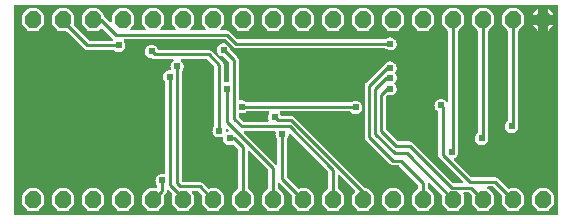
<source format=gbl>
G04 Layer: BottomLayer*
G04 EasyEDA v6.5.3, 2022-05-09 11:27:13*
G04 baffbd41b27947a08c2bb0c717e604c5,b03e5731a7a74599b12e1065cb71c7ef,10*
G04 Gerber Generator version 0.2*
G04 Scale: 100 percent, Rotated: No, Reflected: No *
G04 Dimensions in millimeters *
G04 leading zeros omitted , absolute positions ,4 integer and 5 decimal *
%FSLAX45Y45*%
%MOMM*%

%ADD10C,0.2540*%
%ADD12C,0.6096*%

%LPD*%
G36*
X1534668Y-1777492D02*
G01*
X1530756Y-1776730D01*
X1527505Y-1774494D01*
X1525270Y-1771243D01*
X1524508Y-1767332D01*
X1524508Y-10668D01*
X1525270Y-6756D01*
X1527505Y-3505D01*
X1530756Y-1270D01*
X1534668Y-508D01*
X6123432Y-508D01*
X6127343Y-1270D01*
X6130594Y-3505D01*
X6132830Y-6756D01*
X6133592Y-10668D01*
X6133592Y-1767332D01*
X6132830Y-1771243D01*
X6130594Y-1774494D01*
X6127343Y-1776730D01*
X6123432Y-1777492D01*
G37*

%LPC*%
G36*
X1660448Y-1747316D02*
G01*
X1717751Y-1747316D01*
X1723288Y-1746757D01*
X1728165Y-1745284D01*
X1732635Y-1742897D01*
X1736953Y-1739392D01*
X1777492Y-1698853D01*
X1780997Y-1694535D01*
X1783384Y-1690065D01*
X1784857Y-1685188D01*
X1785416Y-1679651D01*
X1785416Y-1622348D01*
X1784857Y-1616811D01*
X1783384Y-1611934D01*
X1780997Y-1607464D01*
X1777492Y-1603146D01*
X1736953Y-1562608D01*
X1732635Y-1559102D01*
X1728165Y-1556715D01*
X1723288Y-1555242D01*
X1717751Y-1554683D01*
X1660448Y-1554683D01*
X1654911Y-1555242D01*
X1650034Y-1556715D01*
X1645564Y-1559102D01*
X1641246Y-1562608D01*
X1600758Y-1603197D01*
X1597202Y-1607464D01*
X1594815Y-1611934D01*
X1593342Y-1616811D01*
X1592834Y-1622348D01*
X1592834Y-1679651D01*
X1593342Y-1685188D01*
X1594815Y-1690065D01*
X1597202Y-1694535D01*
X1600758Y-1698802D01*
X1641246Y-1739392D01*
X1645564Y-1742897D01*
X1650034Y-1745284D01*
X1654911Y-1746757D01*
G37*
G36*
X2168448Y-1747316D02*
G01*
X2225751Y-1747316D01*
X2231288Y-1746757D01*
X2236165Y-1745284D01*
X2240635Y-1742897D01*
X2244953Y-1739392D01*
X2285492Y-1698853D01*
X2288997Y-1694535D01*
X2291384Y-1690065D01*
X2292858Y-1685188D01*
X2293416Y-1679651D01*
X2293416Y-1622348D01*
X2292858Y-1616811D01*
X2291384Y-1611934D01*
X2288997Y-1607464D01*
X2285492Y-1603146D01*
X2244953Y-1562608D01*
X2240635Y-1559102D01*
X2236165Y-1556715D01*
X2231288Y-1555242D01*
X2225751Y-1554683D01*
X2168448Y-1554683D01*
X2162911Y-1555242D01*
X2158034Y-1556715D01*
X2153564Y-1559102D01*
X2149246Y-1562608D01*
X2108758Y-1603197D01*
X2105202Y-1607464D01*
X2102815Y-1611934D01*
X2101342Y-1616811D01*
X2100834Y-1622348D01*
X2100834Y-1679651D01*
X2101342Y-1685188D01*
X2102815Y-1690065D01*
X2105202Y-1694535D01*
X2108758Y-1698802D01*
X2149246Y-1739392D01*
X2153564Y-1742897D01*
X2158034Y-1745284D01*
X2162911Y-1746757D01*
G37*
G36*
X1914448Y-1747316D02*
G01*
X1971751Y-1747316D01*
X1977288Y-1746757D01*
X1982165Y-1745284D01*
X1986635Y-1742897D01*
X1990953Y-1739392D01*
X2031492Y-1698853D01*
X2034997Y-1694535D01*
X2037384Y-1690065D01*
X2038857Y-1685188D01*
X2039416Y-1679651D01*
X2039416Y-1622348D01*
X2038857Y-1616811D01*
X2037384Y-1611934D01*
X2034997Y-1607464D01*
X2031492Y-1603146D01*
X1990953Y-1562608D01*
X1986635Y-1559102D01*
X1982165Y-1556715D01*
X1977288Y-1555242D01*
X1971751Y-1554683D01*
X1914448Y-1554683D01*
X1908911Y-1555242D01*
X1904034Y-1556715D01*
X1899564Y-1559102D01*
X1895246Y-1562608D01*
X1854758Y-1603197D01*
X1851202Y-1607464D01*
X1848815Y-1611934D01*
X1847342Y-1616811D01*
X1846834Y-1622348D01*
X1846834Y-1679651D01*
X1847342Y-1685188D01*
X1848815Y-1690065D01*
X1851202Y-1694535D01*
X1854758Y-1698802D01*
X1895246Y-1739392D01*
X1899564Y-1742897D01*
X1904034Y-1745284D01*
X1908911Y-1746757D01*
G37*
G36*
X2422448Y-1747316D02*
G01*
X2479751Y-1747316D01*
X2485288Y-1746757D01*
X2490165Y-1745284D01*
X2494635Y-1742897D01*
X2498953Y-1739392D01*
X2539492Y-1698853D01*
X2542997Y-1694535D01*
X2545384Y-1690065D01*
X2546858Y-1685188D01*
X2547416Y-1679651D01*
X2547416Y-1622348D01*
X2546858Y-1616811D01*
X2545384Y-1611934D01*
X2542997Y-1607464D01*
X2539492Y-1603146D01*
X2498953Y-1562608D01*
X2494635Y-1559102D01*
X2490165Y-1556715D01*
X2485288Y-1555242D01*
X2479751Y-1554683D01*
X2422448Y-1554683D01*
X2416911Y-1555242D01*
X2412034Y-1556715D01*
X2407564Y-1559102D01*
X2403246Y-1562608D01*
X2362758Y-1603197D01*
X2359202Y-1607464D01*
X2356815Y-1611934D01*
X2355342Y-1616811D01*
X2354834Y-1622348D01*
X2354834Y-1679651D01*
X2355342Y-1685188D01*
X2356815Y-1690065D01*
X2359202Y-1694535D01*
X2362758Y-1698802D01*
X2403246Y-1739392D01*
X2407564Y-1742897D01*
X2412034Y-1745284D01*
X2416911Y-1746757D01*
G37*
G36*
X4708448Y-1747316D02*
G01*
X4765751Y-1747316D01*
X4771288Y-1746757D01*
X4776165Y-1745284D01*
X4780635Y-1742897D01*
X4784953Y-1739392D01*
X4825492Y-1698853D01*
X4828997Y-1694535D01*
X4831384Y-1690065D01*
X4832858Y-1685188D01*
X4833416Y-1679651D01*
X4833416Y-1622348D01*
X4832858Y-1616811D01*
X4831384Y-1611934D01*
X4828997Y-1607464D01*
X4825492Y-1603146D01*
X4784953Y-1562608D01*
X4780635Y-1559102D01*
X4776165Y-1556715D01*
X4771288Y-1555242D01*
X4765751Y-1554683D01*
X4708448Y-1554683D01*
X4702911Y-1555242D01*
X4698034Y-1556715D01*
X4693564Y-1559102D01*
X4689246Y-1562608D01*
X4648708Y-1603146D01*
X4645202Y-1607464D01*
X4642815Y-1611934D01*
X4641342Y-1616811D01*
X4640783Y-1622348D01*
X4640783Y-1679651D01*
X4641342Y-1685188D01*
X4642815Y-1690065D01*
X4645202Y-1694535D01*
X4648708Y-1698853D01*
X4689246Y-1739392D01*
X4693564Y-1742897D01*
X4698034Y-1745284D01*
X4702911Y-1746757D01*
G37*
G36*
X5978448Y-1747316D02*
G01*
X6035751Y-1747316D01*
X6041288Y-1746757D01*
X6046165Y-1745284D01*
X6050635Y-1742897D01*
X6054953Y-1739392D01*
X6095492Y-1698853D01*
X6098997Y-1694535D01*
X6101384Y-1690065D01*
X6102858Y-1685188D01*
X6103416Y-1679651D01*
X6103416Y-1622348D01*
X6102858Y-1616811D01*
X6101384Y-1611934D01*
X6098997Y-1607464D01*
X6095492Y-1603146D01*
X6054953Y-1562608D01*
X6050635Y-1559102D01*
X6046165Y-1556715D01*
X6041288Y-1555242D01*
X6035751Y-1554683D01*
X5978448Y-1554683D01*
X5972911Y-1555242D01*
X5968034Y-1556715D01*
X5963564Y-1559102D01*
X5959246Y-1562608D01*
X5918708Y-1603146D01*
X5915202Y-1607464D01*
X5912815Y-1611934D01*
X5911342Y-1616811D01*
X5910783Y-1622348D01*
X5910783Y-1679651D01*
X5911342Y-1685188D01*
X5912815Y-1690065D01*
X5915202Y-1694535D01*
X5918708Y-1698853D01*
X5959246Y-1739392D01*
X5963564Y-1742897D01*
X5968034Y-1745284D01*
X5972911Y-1746757D01*
G37*
G36*
X2676448Y-1747316D02*
G01*
X2733751Y-1747316D01*
X2739288Y-1746757D01*
X2744165Y-1745284D01*
X2748635Y-1742897D01*
X2752953Y-1739392D01*
X2793492Y-1698853D01*
X2796997Y-1694535D01*
X2799384Y-1690065D01*
X2800858Y-1685188D01*
X2801416Y-1679651D01*
X2801416Y-1622399D01*
X2800654Y-1615440D01*
X2800756Y-1612442D01*
X2801772Y-1609598D01*
X2803550Y-1607159D01*
X2808224Y-1602435D01*
X2813354Y-1596237D01*
X2816910Y-1589532D01*
X2819095Y-1582318D01*
X2819654Y-1576933D01*
X2820720Y-1573276D01*
X2823057Y-1570278D01*
X2826359Y-1568348D01*
X2830068Y-1567789D01*
X2833776Y-1568602D01*
X2836926Y-1570736D01*
X2864154Y-1597914D01*
X2866440Y-1601520D01*
X2867101Y-1605788D01*
X2865932Y-1609902D01*
X2864815Y-1611934D01*
X2863342Y-1616811D01*
X2862834Y-1622348D01*
X2862834Y-1679651D01*
X2863342Y-1685188D01*
X2864815Y-1690065D01*
X2867202Y-1694535D01*
X2870758Y-1698802D01*
X2911246Y-1739392D01*
X2915564Y-1742897D01*
X2920034Y-1745284D01*
X2924911Y-1746757D01*
X2930448Y-1747316D01*
X2987751Y-1747316D01*
X2993288Y-1746757D01*
X2998165Y-1745284D01*
X3002635Y-1742897D01*
X3006953Y-1739392D01*
X3047492Y-1698853D01*
X3050997Y-1694535D01*
X3053384Y-1690065D01*
X3054858Y-1685188D01*
X3055416Y-1679651D01*
X3055416Y-1622348D01*
X3054858Y-1616811D01*
X3053384Y-1611934D01*
X3050997Y-1607464D01*
X3047492Y-1603146D01*
X3036976Y-1592630D01*
X3034741Y-1589379D01*
X3033979Y-1585468D01*
X3034741Y-1581556D01*
X3036976Y-1578305D01*
X3040278Y-1576070D01*
X3044139Y-1575308D01*
X3078581Y-1575308D01*
X3082493Y-1576070D01*
X3085795Y-1578305D01*
X3114649Y-1607159D01*
X3117088Y-1610969D01*
X3117596Y-1615490D01*
X3116834Y-1622399D01*
X3116834Y-1679651D01*
X3117342Y-1685188D01*
X3118815Y-1690065D01*
X3121202Y-1694535D01*
X3124758Y-1698802D01*
X3165246Y-1739392D01*
X3169564Y-1742897D01*
X3174034Y-1745284D01*
X3178911Y-1746757D01*
X3184448Y-1747316D01*
X3241751Y-1747316D01*
X3247288Y-1746757D01*
X3252165Y-1745284D01*
X3256635Y-1742897D01*
X3260953Y-1739392D01*
X3301492Y-1698853D01*
X3304997Y-1694535D01*
X3307384Y-1690065D01*
X3308858Y-1685188D01*
X3309416Y-1679651D01*
X3309416Y-1622348D01*
X3308858Y-1616811D01*
X3307384Y-1611934D01*
X3304997Y-1607464D01*
X3301492Y-1603146D01*
X3260953Y-1562608D01*
X3256635Y-1559102D01*
X3252165Y-1556715D01*
X3247288Y-1555242D01*
X3241751Y-1554683D01*
X3184499Y-1554683D01*
X3177540Y-1555445D01*
X3174542Y-1555343D01*
X3171698Y-1554327D01*
X3169259Y-1552549D01*
X3126435Y-1509776D01*
X3120237Y-1504645D01*
X3113532Y-1501089D01*
X3106318Y-1498904D01*
X3098292Y-1498092D01*
X2957068Y-1498092D01*
X2953156Y-1497330D01*
X2949905Y-1495094D01*
X2947670Y-1491843D01*
X2946908Y-1487932D01*
X2946908Y-565708D01*
X2947670Y-561797D01*
X2949905Y-558495D01*
X2951480Y-556920D01*
X2957118Y-548894D01*
X2961233Y-539953D01*
X2963773Y-530504D01*
X2964637Y-520700D01*
X2963773Y-510895D01*
X2961233Y-501446D01*
X2957118Y-492506D01*
X2951480Y-484479D01*
X2944520Y-477520D01*
X2942590Y-476199D01*
X2939694Y-473100D01*
X2938322Y-469036D01*
X2938729Y-464820D01*
X2940862Y-461111D01*
X2944266Y-458622D01*
X2948432Y-457708D01*
X3154781Y-457708D01*
X3158693Y-458470D01*
X3161995Y-460705D01*
X3222294Y-521004D01*
X3224530Y-524306D01*
X3225292Y-528218D01*
X3225292Y-1021791D01*
X3224530Y-1025702D01*
X3222294Y-1029004D01*
X3220720Y-1030579D01*
X3215081Y-1038606D01*
X3210966Y-1047546D01*
X3208426Y-1056995D01*
X3207562Y-1066800D01*
X3208426Y-1076604D01*
X3210966Y-1086053D01*
X3215081Y-1094994D01*
X3220720Y-1103020D01*
X3227679Y-1109980D01*
X3235706Y-1115618D01*
X3244646Y-1119733D01*
X3254095Y-1122273D01*
X3263900Y-1123137D01*
X3273704Y-1122273D01*
X3283712Y-1119632D01*
X3287572Y-1119327D01*
X3291230Y-1120546D01*
X3294227Y-1123035D01*
X3296056Y-1126439D01*
X3297326Y-1140104D01*
X3299866Y-1149553D01*
X3303981Y-1158494D01*
X3309620Y-1166520D01*
X3316579Y-1173480D01*
X3324606Y-1179118D01*
X3333546Y-1183233D01*
X3342995Y-1185773D01*
X3352800Y-1186637D01*
X3362604Y-1185773D01*
X3372053Y-1183233D01*
X3377336Y-1180795D01*
X3381349Y-1179830D01*
X3385362Y-1180541D01*
X3388817Y-1182827D01*
X3425494Y-1219504D01*
X3427729Y-1222806D01*
X3428492Y-1226718D01*
X3428492Y-1550365D01*
X3427476Y-1554784D01*
X3424682Y-1558290D01*
X3419195Y-1562658D01*
X3378758Y-1603197D01*
X3375202Y-1607464D01*
X3372815Y-1611934D01*
X3371342Y-1616811D01*
X3370834Y-1622348D01*
X3370834Y-1679651D01*
X3371342Y-1685188D01*
X3372815Y-1690065D01*
X3375202Y-1694535D01*
X3378758Y-1698802D01*
X3419246Y-1739392D01*
X3423564Y-1742897D01*
X3428034Y-1745284D01*
X3432911Y-1746757D01*
X3438448Y-1747316D01*
X3495751Y-1747316D01*
X3501288Y-1746757D01*
X3506165Y-1745284D01*
X3510635Y-1742897D01*
X3514953Y-1739392D01*
X3555492Y-1698853D01*
X3558997Y-1694535D01*
X3561384Y-1690065D01*
X3562858Y-1685188D01*
X3563416Y-1679651D01*
X3563416Y-1622348D01*
X3562858Y-1616811D01*
X3561384Y-1611934D01*
X3558997Y-1607464D01*
X3555492Y-1603146D01*
X3514953Y-1562658D01*
X3509518Y-1558290D01*
X3506724Y-1554784D01*
X3505708Y-1550365D01*
X3505708Y-1248054D01*
X3506470Y-1244142D01*
X3508705Y-1240840D01*
X3511956Y-1238656D01*
X3515868Y-1237894D01*
X3519779Y-1238656D01*
X3523030Y-1240840D01*
X3679494Y-1397304D01*
X3681729Y-1400606D01*
X3682492Y-1404518D01*
X3682492Y-1550365D01*
X3681476Y-1554784D01*
X3678682Y-1558290D01*
X3673195Y-1562658D01*
X3632758Y-1603197D01*
X3629202Y-1607464D01*
X3626815Y-1611934D01*
X3625342Y-1616811D01*
X3624834Y-1622348D01*
X3624834Y-1679651D01*
X3625342Y-1685188D01*
X3626815Y-1690065D01*
X3629202Y-1694535D01*
X3632758Y-1698802D01*
X3673246Y-1739392D01*
X3677564Y-1742897D01*
X3682034Y-1745284D01*
X3686911Y-1746757D01*
X3692448Y-1747316D01*
X3749751Y-1747316D01*
X3755288Y-1746757D01*
X3760165Y-1745284D01*
X3764635Y-1742897D01*
X3768953Y-1739392D01*
X3809492Y-1698853D01*
X3812997Y-1694535D01*
X3815384Y-1690065D01*
X3816858Y-1685188D01*
X3817416Y-1679651D01*
X3817416Y-1622348D01*
X3816858Y-1616811D01*
X3815384Y-1611934D01*
X3812997Y-1607464D01*
X3809492Y-1603146D01*
X3768953Y-1562658D01*
X3763518Y-1558290D01*
X3760724Y-1554784D01*
X3759708Y-1550365D01*
X3759708Y-1514754D01*
X3760470Y-1510842D01*
X3762705Y-1507540D01*
X3765956Y-1505356D01*
X3769868Y-1504594D01*
X3773779Y-1505356D01*
X3777030Y-1507540D01*
X3876649Y-1607159D01*
X3879087Y-1610969D01*
X3879596Y-1615490D01*
X3878834Y-1622399D01*
X3878834Y-1679651D01*
X3879342Y-1685188D01*
X3880815Y-1690065D01*
X3883202Y-1694535D01*
X3886758Y-1698802D01*
X3927246Y-1739392D01*
X3931564Y-1742897D01*
X3936034Y-1745284D01*
X3940911Y-1746757D01*
X3946448Y-1747316D01*
X4003751Y-1747316D01*
X4009288Y-1746757D01*
X4014165Y-1745284D01*
X4018635Y-1742897D01*
X4022953Y-1739392D01*
X4063492Y-1698853D01*
X4066997Y-1694535D01*
X4069384Y-1690065D01*
X4070858Y-1685188D01*
X4071416Y-1679651D01*
X4071416Y-1622348D01*
X4070858Y-1616811D01*
X4069384Y-1611934D01*
X4066997Y-1607464D01*
X4063492Y-1603146D01*
X4022953Y-1562608D01*
X4018635Y-1559102D01*
X4014165Y-1556715D01*
X4009288Y-1555242D01*
X4003751Y-1554683D01*
X3946499Y-1554683D01*
X3939540Y-1555445D01*
X3936542Y-1555343D01*
X3933698Y-1554327D01*
X3931259Y-1552549D01*
X3838905Y-1460195D01*
X3836670Y-1456893D01*
X3835908Y-1452981D01*
X3835908Y-1137208D01*
X3836670Y-1133297D01*
X3838905Y-1129995D01*
X3840479Y-1128420D01*
X3846118Y-1120394D01*
X3850233Y-1111453D01*
X3852773Y-1102004D01*
X3853027Y-1099159D01*
X3854094Y-1095451D01*
X3856431Y-1092454D01*
X3859682Y-1090472D01*
X3863441Y-1089863D01*
X3867200Y-1090726D01*
X3870350Y-1092860D01*
X4187494Y-1410004D01*
X4189729Y-1413306D01*
X4190492Y-1417218D01*
X4190492Y-1550365D01*
X4189476Y-1554784D01*
X4186682Y-1558290D01*
X4181195Y-1562658D01*
X4140758Y-1603197D01*
X4137202Y-1607464D01*
X4134815Y-1611934D01*
X4133342Y-1616811D01*
X4132834Y-1622348D01*
X4132834Y-1679651D01*
X4133342Y-1685188D01*
X4134815Y-1690065D01*
X4137202Y-1694535D01*
X4140758Y-1698802D01*
X4181246Y-1739392D01*
X4185564Y-1742897D01*
X4190034Y-1745284D01*
X4194911Y-1746757D01*
X4200448Y-1747316D01*
X4257751Y-1747316D01*
X4263288Y-1746757D01*
X4268165Y-1745284D01*
X4272635Y-1742897D01*
X4276953Y-1739392D01*
X4317492Y-1698853D01*
X4320997Y-1694535D01*
X4323384Y-1690065D01*
X4324858Y-1685188D01*
X4325416Y-1679651D01*
X4325416Y-1622348D01*
X4324858Y-1616811D01*
X4323384Y-1611934D01*
X4320997Y-1607464D01*
X4317492Y-1603146D01*
X4276953Y-1562658D01*
X4271518Y-1558290D01*
X4268724Y-1554784D01*
X4267708Y-1550365D01*
X4267708Y-1451254D01*
X4268470Y-1447342D01*
X4270705Y-1444040D01*
X4273956Y-1441856D01*
X4277868Y-1441094D01*
X4281779Y-1441856D01*
X4285030Y-1444040D01*
X4412284Y-1571244D01*
X4414469Y-1574546D01*
X4415231Y-1578457D01*
X4414469Y-1582318D01*
X4412284Y-1585620D01*
X4394708Y-1603146D01*
X4391202Y-1607464D01*
X4388815Y-1611934D01*
X4387342Y-1616811D01*
X4386783Y-1622348D01*
X4386783Y-1679651D01*
X4387342Y-1685188D01*
X4388815Y-1690065D01*
X4391202Y-1694535D01*
X4394708Y-1698853D01*
X4435246Y-1739392D01*
X4439564Y-1742897D01*
X4444034Y-1745284D01*
X4448911Y-1746757D01*
X4454448Y-1747316D01*
X4511751Y-1747316D01*
X4517288Y-1746757D01*
X4522165Y-1745284D01*
X4526635Y-1742897D01*
X4530953Y-1739392D01*
X4571492Y-1698853D01*
X4574997Y-1694535D01*
X4577384Y-1690065D01*
X4578858Y-1685188D01*
X4579416Y-1679651D01*
X4579416Y-1622348D01*
X4578858Y-1616811D01*
X4577384Y-1611934D01*
X4574997Y-1607464D01*
X4571492Y-1603146D01*
X4530953Y-1562608D01*
X4526635Y-1559102D01*
X4522165Y-1556715D01*
X4517288Y-1555242D01*
X4511751Y-1554683D01*
X4509109Y-1554683D01*
X4505198Y-1553921D01*
X4501896Y-1551686D01*
X3901135Y-950976D01*
X3894937Y-945845D01*
X3888232Y-942289D01*
X3881018Y-940104D01*
X3872992Y-939292D01*
X3796029Y-939292D01*
X3792321Y-938580D01*
X3789070Y-936498D01*
X3786835Y-933450D01*
X3782618Y-924306D01*
X3778300Y-918210D01*
X3776624Y-914146D01*
X3776827Y-909726D01*
X3778859Y-905814D01*
X3782314Y-903173D01*
X3786632Y-902208D01*
X4370679Y-902208D01*
X4374591Y-902969D01*
X4377893Y-905205D01*
X4383379Y-910691D01*
X4391406Y-916330D01*
X4400346Y-920445D01*
X4409795Y-922985D01*
X4419600Y-923848D01*
X4429404Y-922985D01*
X4438853Y-920445D01*
X4447794Y-916330D01*
X4455820Y-910691D01*
X4462780Y-903732D01*
X4468418Y-895705D01*
X4472533Y-886764D01*
X4475327Y-876452D01*
X4477207Y-872744D01*
X4480407Y-870102D01*
X4484370Y-868934D01*
X4488484Y-869492D01*
X4492040Y-871626D01*
X4494428Y-875030D01*
X4495292Y-879094D01*
X4495292Y-1117092D01*
X4496104Y-1125118D01*
X4498289Y-1132332D01*
X4501845Y-1139037D01*
X4506976Y-1145235D01*
X4709464Y-1347724D01*
X4715662Y-1352854D01*
X4722368Y-1356410D01*
X4729581Y-1358595D01*
X4737608Y-1359408D01*
X4780381Y-1359408D01*
X4784293Y-1360170D01*
X4787595Y-1362405D01*
X4949494Y-1524304D01*
X4951730Y-1527606D01*
X4952492Y-1531518D01*
X4952492Y-1550365D01*
X4951476Y-1554784D01*
X4948682Y-1558290D01*
X4943246Y-1562658D01*
X4902708Y-1603146D01*
X4899202Y-1607464D01*
X4896815Y-1611934D01*
X4895342Y-1616811D01*
X4894783Y-1622348D01*
X4894783Y-1679651D01*
X4895342Y-1685188D01*
X4896815Y-1690065D01*
X4899202Y-1694535D01*
X4902708Y-1698853D01*
X4943246Y-1739392D01*
X4947564Y-1742897D01*
X4952034Y-1745284D01*
X4956911Y-1746757D01*
X4962448Y-1747316D01*
X5019751Y-1747316D01*
X5025288Y-1746757D01*
X5030165Y-1745284D01*
X5034635Y-1742897D01*
X5038953Y-1739392D01*
X5079492Y-1698853D01*
X5082997Y-1694535D01*
X5085384Y-1690065D01*
X5086858Y-1685188D01*
X5087416Y-1679651D01*
X5087416Y-1622348D01*
X5086858Y-1616811D01*
X5085384Y-1611934D01*
X5082997Y-1607464D01*
X5079492Y-1603146D01*
X5038953Y-1562658D01*
X5033518Y-1558290D01*
X5030724Y-1554784D01*
X5029708Y-1550365D01*
X5029708Y-1514754D01*
X5030470Y-1510842D01*
X5032705Y-1507540D01*
X5035956Y-1505356D01*
X5039868Y-1504594D01*
X5043779Y-1505356D01*
X5047030Y-1507540D01*
X5146649Y-1607159D01*
X5148427Y-1609598D01*
X5149443Y-1612442D01*
X5149545Y-1615440D01*
X5148783Y-1622399D01*
X5148783Y-1679651D01*
X5149342Y-1685188D01*
X5150815Y-1690065D01*
X5153202Y-1694535D01*
X5156708Y-1698853D01*
X5197246Y-1739392D01*
X5201564Y-1742897D01*
X5206034Y-1745284D01*
X5210911Y-1746757D01*
X5216448Y-1747316D01*
X5273751Y-1747316D01*
X5279288Y-1746757D01*
X5284165Y-1745284D01*
X5288635Y-1742897D01*
X5292953Y-1739392D01*
X5333492Y-1698853D01*
X5336997Y-1694535D01*
X5339384Y-1690065D01*
X5340858Y-1685188D01*
X5341416Y-1679651D01*
X5341416Y-1622348D01*
X5340858Y-1616811D01*
X5339384Y-1611934D01*
X5336997Y-1607464D01*
X5334660Y-1604619D01*
X5332831Y-1601266D01*
X5332374Y-1597507D01*
X5333339Y-1593799D01*
X5335574Y-1590751D01*
X5338775Y-1588719D01*
X5342534Y-1588008D01*
X5377281Y-1588008D01*
X5381193Y-1588770D01*
X5384495Y-1591005D01*
X5400649Y-1607159D01*
X5402427Y-1609598D01*
X5403443Y-1612442D01*
X5403545Y-1615440D01*
X5402783Y-1622399D01*
X5402783Y-1679651D01*
X5403342Y-1685188D01*
X5404815Y-1690065D01*
X5407202Y-1694535D01*
X5410708Y-1698853D01*
X5451246Y-1739392D01*
X5455564Y-1742897D01*
X5460034Y-1745284D01*
X5464911Y-1746757D01*
X5470448Y-1747316D01*
X5527751Y-1747316D01*
X5533288Y-1746757D01*
X5538165Y-1745284D01*
X5542635Y-1742897D01*
X5546953Y-1739392D01*
X5587492Y-1698853D01*
X5590997Y-1694535D01*
X5593384Y-1690065D01*
X5594858Y-1685188D01*
X5595416Y-1679651D01*
X5595416Y-1622348D01*
X5594858Y-1616811D01*
X5593384Y-1611934D01*
X5590997Y-1607464D01*
X5587492Y-1603146D01*
X5546953Y-1562608D01*
X5542635Y-1559102D01*
X5537454Y-1556308D01*
X5534101Y-1553413D01*
X5532272Y-1549349D01*
X5532374Y-1544878D01*
X5534406Y-1540916D01*
X5537911Y-1538173D01*
X5542229Y-1537208D01*
X5580481Y-1537208D01*
X5584393Y-1537970D01*
X5587695Y-1540205D01*
X5654649Y-1607159D01*
X5656427Y-1609598D01*
X5657443Y-1612442D01*
X5657545Y-1615440D01*
X5656783Y-1622399D01*
X5656783Y-1679651D01*
X5657342Y-1685188D01*
X5658815Y-1690065D01*
X5661202Y-1694535D01*
X5664708Y-1698853D01*
X5705246Y-1739392D01*
X5709564Y-1742897D01*
X5714034Y-1745284D01*
X5718911Y-1746757D01*
X5724448Y-1747316D01*
X5781751Y-1747316D01*
X5787288Y-1746757D01*
X5792165Y-1745284D01*
X5796635Y-1742897D01*
X5800953Y-1739392D01*
X5841492Y-1698853D01*
X5844997Y-1694535D01*
X5847384Y-1690065D01*
X5848858Y-1685188D01*
X5849416Y-1679651D01*
X5849416Y-1622348D01*
X5848858Y-1616811D01*
X5847384Y-1611934D01*
X5844997Y-1607464D01*
X5841492Y-1603146D01*
X5800953Y-1562608D01*
X5796635Y-1559102D01*
X5792165Y-1556715D01*
X5787288Y-1555242D01*
X5781751Y-1554683D01*
X5724499Y-1554683D01*
X5717540Y-1555445D01*
X5714542Y-1555343D01*
X5711698Y-1554327D01*
X5709259Y-1552549D01*
X5628335Y-1471676D01*
X5622137Y-1466545D01*
X5615432Y-1462989D01*
X5608218Y-1460804D01*
X5600192Y-1459992D01*
X5405018Y-1459992D01*
X5401106Y-1459230D01*
X5397804Y-1456994D01*
X5252872Y-1312062D01*
X5250688Y-1308811D01*
X5249875Y-1305052D01*
X5250535Y-1301242D01*
X5252618Y-1297940D01*
X5255717Y-1295654D01*
X5260594Y-1293418D01*
X5268620Y-1287780D01*
X5275580Y-1280820D01*
X5281218Y-1272794D01*
X5285333Y-1263853D01*
X5287873Y-1254404D01*
X5288737Y-1244600D01*
X5287873Y-1234795D01*
X5285333Y-1225346D01*
X5284673Y-1223822D01*
X5283708Y-1219555D01*
X5283708Y-227634D01*
X5284724Y-223215D01*
X5287518Y-219710D01*
X5292953Y-215341D01*
X5333492Y-174853D01*
X5336997Y-170535D01*
X5339384Y-166065D01*
X5340858Y-161188D01*
X5341416Y-155651D01*
X5341416Y-98348D01*
X5340858Y-92811D01*
X5339384Y-87934D01*
X5336997Y-83464D01*
X5333492Y-79146D01*
X5292953Y-38608D01*
X5288635Y-35102D01*
X5284165Y-32715D01*
X5279288Y-31242D01*
X5273751Y-30683D01*
X5216448Y-30683D01*
X5210911Y-31242D01*
X5206034Y-32715D01*
X5201564Y-35102D01*
X5197246Y-38608D01*
X5156708Y-79146D01*
X5153202Y-83464D01*
X5150815Y-87934D01*
X5149342Y-92811D01*
X5148783Y-98348D01*
X5148783Y-155651D01*
X5149342Y-161188D01*
X5150815Y-166065D01*
X5153202Y-170535D01*
X5156708Y-174853D01*
X5197246Y-215341D01*
X5202682Y-219710D01*
X5205476Y-223215D01*
X5206492Y-227634D01*
X5206492Y-810768D01*
X5205577Y-814933D01*
X5203088Y-818337D01*
X5199380Y-820470D01*
X5195163Y-820877D01*
X5191099Y-819505D01*
X5188000Y-816610D01*
X5186680Y-814679D01*
X5179720Y-807720D01*
X5171694Y-802081D01*
X5162753Y-797966D01*
X5153304Y-795426D01*
X5143500Y-794562D01*
X5133695Y-795426D01*
X5124246Y-797966D01*
X5115306Y-802081D01*
X5107279Y-807720D01*
X5100320Y-814679D01*
X5094681Y-822706D01*
X5090566Y-831646D01*
X5088026Y-841095D01*
X5087162Y-850900D01*
X5088026Y-860704D01*
X5090566Y-870153D01*
X5094681Y-879094D01*
X5100320Y-887120D01*
X5107279Y-894080D01*
X5113274Y-898245D01*
X5115560Y-900531D01*
X5117084Y-903376D01*
X5117592Y-906576D01*
X5117592Y-1269492D01*
X5118404Y-1277518D01*
X5120589Y-1284732D01*
X5124145Y-1291437D01*
X5129276Y-1297635D01*
X5325059Y-1493469D01*
X5327243Y-1496720D01*
X5328005Y-1500632D01*
X5327243Y-1504543D01*
X5325059Y-1507794D01*
X5321757Y-1510030D01*
X5317845Y-1510792D01*
X5252618Y-1510792D01*
X5248706Y-1510030D01*
X5245404Y-1507794D01*
X4904435Y-1166876D01*
X4898237Y-1161745D01*
X4891532Y-1158189D01*
X4884318Y-1156004D01*
X4876292Y-1155192D01*
X4782718Y-1155192D01*
X4778806Y-1154430D01*
X4775504Y-1152194D01*
X4677105Y-1053795D01*
X4674870Y-1050493D01*
X4674108Y-1046581D01*
X4674108Y-782218D01*
X4674870Y-778306D01*
X4677105Y-775004D01*
X4684725Y-767334D01*
X4687620Y-765352D01*
X4691024Y-764438D01*
X4694580Y-764743D01*
X4701895Y-766673D01*
X4711700Y-767537D01*
X4721504Y-766673D01*
X4730953Y-764133D01*
X4739894Y-760018D01*
X4747920Y-754380D01*
X4754880Y-747420D01*
X4760518Y-739394D01*
X4764633Y-730453D01*
X4767173Y-721004D01*
X4768037Y-711200D01*
X4767173Y-701395D01*
X4764633Y-691946D01*
X4760518Y-683006D01*
X4754880Y-674979D01*
X4751425Y-671525D01*
X4749241Y-668223D01*
X4748428Y-664362D01*
X4749241Y-660450D01*
X4751425Y-657148D01*
X4754880Y-653745D01*
X4760518Y-645668D01*
X4764633Y-636778D01*
X4767173Y-627278D01*
X4768037Y-617524D01*
X4767173Y-607720D01*
X4764633Y-598220D01*
X4760518Y-589330D01*
X4754880Y-581253D01*
X4753254Y-577494D01*
X4753254Y-573379D01*
X4754880Y-569620D01*
X4760518Y-561594D01*
X4764633Y-552653D01*
X4767173Y-543204D01*
X4768037Y-533400D01*
X4767173Y-523595D01*
X4764633Y-514146D01*
X4760518Y-505206D01*
X4754880Y-497179D01*
X4747920Y-490220D01*
X4739894Y-484581D01*
X4730953Y-480466D01*
X4721504Y-477926D01*
X4711700Y-477062D01*
X4701895Y-477926D01*
X4692446Y-480466D01*
X4683506Y-484581D01*
X4675479Y-490220D01*
X4668520Y-497179D01*
X4665522Y-500786D01*
X4658664Y-506476D01*
X4506976Y-658164D01*
X4501845Y-664362D01*
X4498289Y-671068D01*
X4496104Y-678281D01*
X4495292Y-686308D01*
X4495292Y-855929D01*
X4494428Y-859993D01*
X4492040Y-863396D01*
X4488484Y-865530D01*
X4484370Y-866089D01*
X4480407Y-864920D01*
X4477207Y-862279D01*
X4475327Y-858570D01*
X4472533Y-848258D01*
X4468418Y-839317D01*
X4462780Y-831291D01*
X4455820Y-824331D01*
X4447794Y-818692D01*
X4438853Y-814578D01*
X4429404Y-812038D01*
X4419600Y-811174D01*
X4409795Y-812038D01*
X4400346Y-814578D01*
X4391406Y-818692D01*
X4385056Y-823163D01*
X4382312Y-824534D01*
X4379264Y-824992D01*
X3499408Y-824992D01*
X3495497Y-824230D01*
X3492195Y-821994D01*
X3490620Y-820419D01*
X3482594Y-814781D01*
X3473653Y-810666D01*
X3464204Y-808126D01*
X3454400Y-807262D01*
X3444595Y-808126D01*
X3442309Y-808736D01*
X3438601Y-809040D01*
X3435045Y-807974D01*
X3432098Y-805688D01*
X3430168Y-802538D01*
X3429508Y-798931D01*
X3429508Y-470408D01*
X3428695Y-462381D01*
X3426510Y-455168D01*
X3422954Y-448462D01*
X3417824Y-442264D01*
X3361131Y-385521D01*
X3359099Y-382625D01*
X3358184Y-379222D01*
X3357473Y-371195D01*
X3355390Y-363423D01*
X3355187Y-359003D01*
X3356914Y-354939D01*
X3360115Y-351993D01*
X3364331Y-350672D01*
X3368700Y-351231D01*
X3372408Y-353618D01*
X3375964Y-357124D01*
X3382162Y-362254D01*
X3388868Y-365810D01*
X3396081Y-367995D01*
X3404108Y-368808D01*
X4666691Y-368808D01*
X4670602Y-369570D01*
X4673904Y-371805D01*
X4675479Y-373380D01*
X4683506Y-379018D01*
X4692446Y-383133D01*
X4701895Y-385673D01*
X4711700Y-386537D01*
X4721504Y-385673D01*
X4730953Y-383133D01*
X4739894Y-379018D01*
X4747920Y-373380D01*
X4754880Y-366420D01*
X4760518Y-358394D01*
X4764633Y-349453D01*
X4767173Y-340004D01*
X4768037Y-330200D01*
X4767173Y-320395D01*
X4764633Y-310946D01*
X4760518Y-302006D01*
X4754880Y-293979D01*
X4747920Y-287020D01*
X4739894Y-281381D01*
X4730953Y-277266D01*
X4721504Y-274726D01*
X4711700Y-273862D01*
X4701895Y-274726D01*
X4692446Y-277266D01*
X4683506Y-281381D01*
X4675479Y-287020D01*
X4673904Y-288594D01*
X4670602Y-290830D01*
X4666691Y-291592D01*
X3423818Y-291592D01*
X3419906Y-290830D01*
X3416604Y-288594D01*
X3355035Y-227075D01*
X3348837Y-221945D01*
X3342132Y-218389D01*
X3334918Y-216204D01*
X3326892Y-215392D01*
X3285439Y-215392D01*
X3281578Y-214629D01*
X3278276Y-212394D01*
X3276041Y-209143D01*
X3275279Y-205232D01*
X3276041Y-201320D01*
X3278276Y-198069D01*
X3301492Y-174853D01*
X3304997Y-170535D01*
X3307384Y-166065D01*
X3308858Y-161188D01*
X3309416Y-155651D01*
X3309416Y-98348D01*
X3308858Y-92811D01*
X3307384Y-87934D01*
X3304997Y-83464D01*
X3301492Y-79146D01*
X3260953Y-38608D01*
X3256635Y-35102D01*
X3252165Y-32715D01*
X3247288Y-31242D01*
X3241751Y-30683D01*
X3184448Y-30683D01*
X3178911Y-31242D01*
X3174034Y-32715D01*
X3169564Y-35102D01*
X3165246Y-38608D01*
X3124758Y-79197D01*
X3121202Y-83464D01*
X3118815Y-87934D01*
X3117342Y-92811D01*
X3116834Y-98348D01*
X3116834Y-155651D01*
X3117342Y-161188D01*
X3118815Y-166065D01*
X3121202Y-170535D01*
X3124758Y-174802D01*
X3147974Y-198069D01*
X3150158Y-201371D01*
X3150920Y-205232D01*
X3150158Y-209143D01*
X3147974Y-212394D01*
X3144672Y-214629D01*
X3140760Y-215392D01*
X3031439Y-215392D01*
X3027578Y-214629D01*
X3024276Y-212394D01*
X3022041Y-209143D01*
X3021279Y-205232D01*
X3022041Y-201320D01*
X3024276Y-198069D01*
X3047492Y-174853D01*
X3050997Y-170535D01*
X3053384Y-166065D01*
X3054858Y-161188D01*
X3055416Y-155651D01*
X3055416Y-98348D01*
X3054858Y-92811D01*
X3053384Y-87934D01*
X3050997Y-83464D01*
X3047492Y-79146D01*
X3006953Y-38608D01*
X3002635Y-35102D01*
X2998165Y-32715D01*
X2993288Y-31242D01*
X2987751Y-30683D01*
X2930448Y-30683D01*
X2924911Y-31242D01*
X2920034Y-32715D01*
X2915564Y-35102D01*
X2911246Y-38608D01*
X2870758Y-79197D01*
X2867202Y-83464D01*
X2864815Y-87934D01*
X2863342Y-92811D01*
X2862834Y-98348D01*
X2862834Y-155651D01*
X2863342Y-161188D01*
X2864815Y-166065D01*
X2867202Y-170535D01*
X2870758Y-174802D01*
X2893974Y-198069D01*
X2896158Y-201371D01*
X2896920Y-205232D01*
X2896158Y-209143D01*
X2893974Y-212394D01*
X2890672Y-214629D01*
X2886760Y-215392D01*
X2777439Y-215392D01*
X2773578Y-214629D01*
X2770276Y-212394D01*
X2768041Y-209143D01*
X2767279Y-205232D01*
X2768041Y-201320D01*
X2770276Y-198069D01*
X2793492Y-174853D01*
X2796997Y-170535D01*
X2799384Y-166065D01*
X2800858Y-161188D01*
X2801416Y-155651D01*
X2801416Y-98348D01*
X2800858Y-92811D01*
X2799384Y-87934D01*
X2796997Y-83464D01*
X2793492Y-79146D01*
X2752953Y-38608D01*
X2748635Y-35102D01*
X2744165Y-32715D01*
X2739288Y-31242D01*
X2733751Y-30683D01*
X2676448Y-30683D01*
X2670911Y-31242D01*
X2666034Y-32715D01*
X2661564Y-35102D01*
X2657246Y-38608D01*
X2616758Y-79197D01*
X2613202Y-83464D01*
X2610815Y-87934D01*
X2609342Y-92811D01*
X2608834Y-98348D01*
X2608834Y-155651D01*
X2609342Y-161188D01*
X2610815Y-166065D01*
X2613202Y-170535D01*
X2616758Y-174802D01*
X2639974Y-198069D01*
X2642158Y-201371D01*
X2642920Y-205232D01*
X2642158Y-209143D01*
X2639974Y-212394D01*
X2636672Y-214629D01*
X2632760Y-215392D01*
X2523439Y-215392D01*
X2519578Y-214629D01*
X2516276Y-212394D01*
X2514041Y-209143D01*
X2513279Y-205232D01*
X2514041Y-201320D01*
X2516276Y-198069D01*
X2539492Y-174853D01*
X2542997Y-170535D01*
X2545384Y-166065D01*
X2546858Y-161188D01*
X2547416Y-155651D01*
X2547416Y-98348D01*
X2546858Y-92811D01*
X2545384Y-87934D01*
X2542997Y-83464D01*
X2539492Y-79146D01*
X2498953Y-38608D01*
X2494635Y-35102D01*
X2490165Y-32715D01*
X2485288Y-31242D01*
X2479751Y-30683D01*
X2422448Y-30683D01*
X2416911Y-31242D01*
X2412034Y-32715D01*
X2407564Y-35102D01*
X2403246Y-38608D01*
X2362758Y-79197D01*
X2359202Y-83464D01*
X2356815Y-87934D01*
X2355342Y-92811D01*
X2354834Y-98348D01*
X2354834Y-142087D01*
X2354021Y-145948D01*
X2351836Y-149250D01*
X2348534Y-151485D01*
X2344674Y-152247D01*
X2340762Y-151485D01*
X2337460Y-149250D01*
X2296414Y-108204D01*
X2294178Y-104902D01*
X2293416Y-100990D01*
X2293416Y-98348D01*
X2292858Y-92811D01*
X2291384Y-87934D01*
X2288997Y-83464D01*
X2285492Y-79146D01*
X2244953Y-38608D01*
X2240635Y-35102D01*
X2236165Y-32715D01*
X2231288Y-31242D01*
X2225751Y-30683D01*
X2168448Y-30683D01*
X2162911Y-31242D01*
X2158034Y-32715D01*
X2153564Y-35102D01*
X2149246Y-38608D01*
X2108758Y-79197D01*
X2105202Y-83464D01*
X2102815Y-87934D01*
X2101342Y-92811D01*
X2100834Y-98348D01*
X2100834Y-155651D01*
X2101342Y-161188D01*
X2102815Y-166065D01*
X2105202Y-170535D01*
X2108758Y-174802D01*
X2149246Y-215392D01*
X2153564Y-218897D01*
X2158034Y-221284D01*
X2162911Y-222758D01*
X2168448Y-223316D01*
X2225751Y-223316D01*
X2231288Y-222758D01*
X2236165Y-221284D01*
X2240635Y-218897D01*
X2244953Y-215392D01*
X2262479Y-197815D01*
X2265781Y-195630D01*
X2269642Y-194868D01*
X2273554Y-195630D01*
X2276856Y-197815D01*
X2359964Y-280924D01*
X2366467Y-286258D01*
X2369058Y-289509D01*
X2370124Y-293471D01*
X2369566Y-297535D01*
X2367432Y-301091D01*
X2364028Y-303479D01*
X2360015Y-304292D01*
X2166518Y-304292D01*
X2162606Y-303530D01*
X2159304Y-301294D01*
X2038096Y-180086D01*
X2035759Y-176479D01*
X2035149Y-172212D01*
X2036318Y-168097D01*
X2037384Y-166065D01*
X2038857Y-161188D01*
X2039416Y-155651D01*
X2039416Y-98348D01*
X2038857Y-92811D01*
X2037384Y-87934D01*
X2034997Y-83464D01*
X2031492Y-79146D01*
X1990953Y-38608D01*
X1986635Y-35102D01*
X1982165Y-32715D01*
X1977288Y-31242D01*
X1971751Y-30683D01*
X1914448Y-30683D01*
X1908911Y-31242D01*
X1904034Y-32715D01*
X1899564Y-35102D01*
X1895246Y-38608D01*
X1854758Y-79197D01*
X1851202Y-83464D01*
X1848815Y-87934D01*
X1847342Y-92811D01*
X1846834Y-98348D01*
X1846834Y-155651D01*
X1847342Y-161188D01*
X1848815Y-166065D01*
X1851202Y-170535D01*
X1854758Y-174802D01*
X1895246Y-215392D01*
X1899564Y-218897D01*
X1904034Y-221284D01*
X1908911Y-222758D01*
X1914448Y-223316D01*
X1967890Y-223316D01*
X1971802Y-224078D01*
X1975104Y-226314D01*
X2118664Y-369824D01*
X2124862Y-374954D01*
X2131568Y-378510D01*
X2138781Y-380695D01*
X2146808Y-381508D01*
X2367991Y-381508D01*
X2371902Y-382270D01*
X2375204Y-384505D01*
X2376779Y-386080D01*
X2384806Y-391718D01*
X2393746Y-395833D01*
X2403195Y-398373D01*
X2413000Y-399237D01*
X2422804Y-398373D01*
X2432253Y-395833D01*
X2441194Y-391718D01*
X2449220Y-386080D01*
X2456180Y-379120D01*
X2461818Y-371094D01*
X2465933Y-362153D01*
X2468473Y-352704D01*
X2469337Y-342900D01*
X2468473Y-333095D01*
X2465933Y-323646D01*
X2461818Y-314706D01*
X2457500Y-308610D01*
X2455824Y-304546D01*
X2456027Y-300126D01*
X2458059Y-296214D01*
X2461514Y-293573D01*
X2465832Y-292608D01*
X3307181Y-292608D01*
X3311093Y-293370D01*
X3314395Y-295605D01*
X3329381Y-310591D01*
X3331768Y-314299D01*
X3332327Y-318668D01*
X3331006Y-322884D01*
X3328060Y-326085D01*
X3323996Y-327812D01*
X3319576Y-327609D01*
X3311804Y-325526D01*
X3302000Y-324662D01*
X3292195Y-325526D01*
X3282746Y-328066D01*
X3273806Y-332181D01*
X3265779Y-337820D01*
X3258820Y-344779D01*
X3253181Y-352806D01*
X3249066Y-361746D01*
X3246526Y-371195D01*
X3245662Y-381000D01*
X3246526Y-390804D01*
X3249066Y-400253D01*
X3253181Y-409194D01*
X3258820Y-417220D01*
X3265779Y-424180D01*
X3273806Y-429818D01*
X3282746Y-433933D01*
X3292195Y-436473D01*
X3300222Y-437184D01*
X3303625Y-438099D01*
X3306521Y-440131D01*
X3349294Y-482904D01*
X3351529Y-486206D01*
X3352292Y-490118D01*
X3352292Y-646531D01*
X3351631Y-650138D01*
X3349701Y-653288D01*
X3346754Y-655574D01*
X3343198Y-656640D01*
X3339490Y-656336D01*
X3337204Y-655726D01*
X3327400Y-654862D01*
X3317595Y-655726D01*
X3315309Y-656336D01*
X3311601Y-656640D01*
X3308045Y-655574D01*
X3305098Y-653288D01*
X3303168Y-650138D01*
X3302508Y-646531D01*
X3302508Y-508508D01*
X3301695Y-500481D01*
X3299510Y-493268D01*
X3295954Y-486562D01*
X3290824Y-480364D01*
X3202635Y-392176D01*
X3196437Y-387045D01*
X3189732Y-383489D01*
X3182518Y-381304D01*
X3174492Y-380492D01*
X2754630Y-380492D01*
X2750921Y-379780D01*
X2747670Y-377698D01*
X2745435Y-374650D01*
X2741218Y-365506D01*
X2735580Y-357479D01*
X2728620Y-350520D01*
X2720594Y-344881D01*
X2711653Y-340766D01*
X2702204Y-338226D01*
X2692400Y-337362D01*
X2682595Y-338226D01*
X2673146Y-340766D01*
X2664206Y-344881D01*
X2656179Y-350520D01*
X2649220Y-357479D01*
X2643581Y-365506D01*
X2639466Y-374446D01*
X2636926Y-383895D01*
X2636062Y-393700D01*
X2636926Y-403504D01*
X2639466Y-412953D01*
X2643581Y-421893D01*
X2649220Y-429920D01*
X2656179Y-436880D01*
X2664206Y-442518D01*
X2673146Y-446633D01*
X2682595Y-449173D01*
X2692603Y-450088D01*
X2696514Y-451205D01*
X2703068Y-454710D01*
X2710281Y-456895D01*
X2718308Y-457708D01*
X2868168Y-457708D01*
X2872333Y-458622D01*
X2875737Y-461111D01*
X2877870Y-464820D01*
X2878277Y-469036D01*
X2876905Y-473100D01*
X2874010Y-476199D01*
X2872079Y-477520D01*
X2865120Y-484479D01*
X2859481Y-492506D01*
X2855366Y-501446D01*
X2852826Y-510895D01*
X2851962Y-520700D01*
X2852826Y-530504D01*
X2855468Y-540512D01*
X2855772Y-544372D01*
X2854553Y-548030D01*
X2852064Y-551027D01*
X2848660Y-552856D01*
X2834995Y-554126D01*
X2825546Y-556666D01*
X2816606Y-560781D01*
X2808579Y-566420D01*
X2801620Y-573379D01*
X2795981Y-581406D01*
X2791866Y-590346D01*
X2789326Y-599795D01*
X2788462Y-609600D01*
X2789326Y-619404D01*
X2791866Y-628853D01*
X2795981Y-637794D01*
X2801620Y-645820D01*
X2803194Y-647395D01*
X2805430Y-650697D01*
X2806192Y-654608D01*
X2806192Y-1421231D01*
X2805531Y-1424838D01*
X2803601Y-1427988D01*
X2800654Y-1430274D01*
X2797098Y-1431340D01*
X2793390Y-1431036D01*
X2791104Y-1430426D01*
X2781300Y-1429562D01*
X2771495Y-1430426D01*
X2762046Y-1432966D01*
X2753106Y-1437081D01*
X2745079Y-1442720D01*
X2738120Y-1449679D01*
X2732481Y-1457706D01*
X2728366Y-1466646D01*
X2725826Y-1476095D01*
X2724962Y-1485900D01*
X2725826Y-1495704D01*
X2728366Y-1505153D01*
X2732481Y-1514094D01*
X2738120Y-1522120D01*
X2739694Y-1523695D01*
X2741930Y-1526997D01*
X2742692Y-1530908D01*
X2742692Y-1544523D01*
X2741930Y-1548434D01*
X2739694Y-1551686D01*
X2736443Y-1553921D01*
X2732532Y-1554683D01*
X2676448Y-1554683D01*
X2670911Y-1555242D01*
X2666034Y-1556715D01*
X2661564Y-1559102D01*
X2657246Y-1562608D01*
X2616758Y-1603197D01*
X2613202Y-1607464D01*
X2610815Y-1611934D01*
X2609342Y-1616811D01*
X2608834Y-1622348D01*
X2608834Y-1679651D01*
X2609342Y-1685188D01*
X2610815Y-1690065D01*
X2613202Y-1694535D01*
X2616758Y-1698802D01*
X2657246Y-1739392D01*
X2661564Y-1742897D01*
X2666034Y-1745284D01*
X2670911Y-1746757D01*
G37*
G36*
X5486400Y-1186637D02*
G01*
X5496204Y-1185773D01*
X5505653Y-1183233D01*
X5514594Y-1179118D01*
X5522620Y-1173480D01*
X5529580Y-1166520D01*
X5535218Y-1158494D01*
X5539333Y-1149553D01*
X5541873Y-1140104D01*
X5542737Y-1130300D01*
X5541873Y-1120495D01*
X5539333Y-1111046D01*
X5538673Y-1109522D01*
X5537708Y-1105255D01*
X5537708Y-227634D01*
X5538724Y-223215D01*
X5541518Y-219710D01*
X5546953Y-215341D01*
X5587492Y-174853D01*
X5590997Y-170535D01*
X5593384Y-166065D01*
X5594858Y-161188D01*
X5595416Y-155651D01*
X5595416Y-98348D01*
X5594858Y-92811D01*
X5593384Y-87934D01*
X5590997Y-83464D01*
X5587492Y-79146D01*
X5546953Y-38608D01*
X5542635Y-35102D01*
X5538165Y-32715D01*
X5533288Y-31242D01*
X5527751Y-30683D01*
X5470448Y-30683D01*
X5464911Y-31242D01*
X5460034Y-32715D01*
X5455564Y-35102D01*
X5451246Y-38608D01*
X5410708Y-79146D01*
X5407202Y-83464D01*
X5404815Y-87934D01*
X5403342Y-92811D01*
X5402783Y-98348D01*
X5402783Y-155651D01*
X5403342Y-161188D01*
X5404815Y-166065D01*
X5407202Y-170535D01*
X5410708Y-174853D01*
X5451246Y-215341D01*
X5456682Y-219710D01*
X5459476Y-223215D01*
X5460492Y-227634D01*
X5460492Y-1074623D01*
X5459984Y-1077823D01*
X5458460Y-1080668D01*
X5456174Y-1082954D01*
X5450179Y-1087120D01*
X5443220Y-1094079D01*
X5437581Y-1102106D01*
X5433466Y-1111046D01*
X5430926Y-1120495D01*
X5430062Y-1130300D01*
X5430926Y-1140104D01*
X5433466Y-1149553D01*
X5437581Y-1158494D01*
X5443220Y-1166520D01*
X5450179Y-1173480D01*
X5458206Y-1179118D01*
X5467146Y-1183233D01*
X5476595Y-1185773D01*
G37*
G36*
X5740400Y-1085037D02*
G01*
X5750204Y-1084173D01*
X5759653Y-1081633D01*
X5768594Y-1077518D01*
X5776620Y-1071880D01*
X5783580Y-1064920D01*
X5789218Y-1056894D01*
X5793333Y-1047953D01*
X5795873Y-1038504D01*
X5796737Y-1028700D01*
X5795873Y-1018895D01*
X5793333Y-1009446D01*
X5792673Y-1007922D01*
X5791708Y-1003655D01*
X5791708Y-227634D01*
X5792724Y-223215D01*
X5795518Y-219710D01*
X5800953Y-215341D01*
X5841492Y-174853D01*
X5844997Y-170535D01*
X5847384Y-166065D01*
X5848858Y-161188D01*
X5849416Y-155651D01*
X5849416Y-98348D01*
X5848858Y-92811D01*
X5847384Y-87934D01*
X5844997Y-83464D01*
X5841492Y-79146D01*
X5800953Y-38608D01*
X5796635Y-35102D01*
X5792165Y-32715D01*
X5787288Y-31242D01*
X5781751Y-30683D01*
X5724448Y-30683D01*
X5718911Y-31242D01*
X5714034Y-32715D01*
X5709564Y-35102D01*
X5705246Y-38608D01*
X5664708Y-79146D01*
X5661202Y-83464D01*
X5658815Y-87934D01*
X5657342Y-92811D01*
X5656783Y-98348D01*
X5656783Y-155651D01*
X5657342Y-161188D01*
X5658815Y-166065D01*
X5661202Y-170535D01*
X5664708Y-174853D01*
X5705246Y-215341D01*
X5710682Y-219710D01*
X5713476Y-223215D01*
X5714492Y-227634D01*
X5714492Y-973023D01*
X5713984Y-976223D01*
X5712460Y-979068D01*
X5710174Y-981354D01*
X5704179Y-985519D01*
X5697220Y-992479D01*
X5691581Y-1000506D01*
X5687466Y-1009446D01*
X5684926Y-1018895D01*
X5684062Y-1028700D01*
X5684926Y-1038504D01*
X5687466Y-1047953D01*
X5691581Y-1056894D01*
X5697220Y-1064920D01*
X5704179Y-1071880D01*
X5712206Y-1077518D01*
X5721146Y-1081633D01*
X5730595Y-1084173D01*
G37*
G36*
X1660448Y-223316D02*
G01*
X1717751Y-223316D01*
X1723288Y-222758D01*
X1728165Y-221284D01*
X1732635Y-218897D01*
X1736953Y-215392D01*
X1777492Y-174853D01*
X1780997Y-170535D01*
X1783384Y-166065D01*
X1784857Y-161188D01*
X1785416Y-155651D01*
X1785416Y-98348D01*
X1784857Y-92811D01*
X1783384Y-87934D01*
X1780997Y-83464D01*
X1777492Y-79146D01*
X1736953Y-38608D01*
X1732635Y-35102D01*
X1728165Y-32715D01*
X1723288Y-31242D01*
X1717751Y-30683D01*
X1660448Y-30683D01*
X1654911Y-31242D01*
X1650034Y-32715D01*
X1645564Y-35102D01*
X1641246Y-38608D01*
X1600758Y-79197D01*
X1597202Y-83464D01*
X1594815Y-87934D01*
X1593342Y-92811D01*
X1592834Y-98348D01*
X1592834Y-155651D01*
X1593342Y-161188D01*
X1594815Y-166065D01*
X1597202Y-170535D01*
X1600758Y-174802D01*
X1641246Y-215392D01*
X1645564Y-218897D01*
X1650034Y-221284D01*
X1654911Y-222758D01*
G37*
G36*
X3692448Y-223316D02*
G01*
X3749751Y-223316D01*
X3755288Y-222758D01*
X3760165Y-221284D01*
X3764635Y-218897D01*
X3768953Y-215392D01*
X3809492Y-174853D01*
X3812997Y-170535D01*
X3815384Y-166065D01*
X3816858Y-161188D01*
X3817416Y-155651D01*
X3817416Y-98348D01*
X3816858Y-92811D01*
X3815384Y-87934D01*
X3812997Y-83464D01*
X3809492Y-79146D01*
X3768953Y-38608D01*
X3764635Y-35102D01*
X3760165Y-32715D01*
X3755288Y-31242D01*
X3749751Y-30683D01*
X3692448Y-30683D01*
X3686911Y-31242D01*
X3682034Y-32715D01*
X3677564Y-35102D01*
X3673246Y-38608D01*
X3632758Y-79197D01*
X3629202Y-83464D01*
X3626815Y-87934D01*
X3625342Y-92811D01*
X3624834Y-98348D01*
X3624834Y-155651D01*
X3625342Y-161188D01*
X3626815Y-166065D01*
X3629202Y-170535D01*
X3632758Y-174802D01*
X3673246Y-215392D01*
X3677564Y-218897D01*
X3682034Y-221284D01*
X3686911Y-222758D01*
G37*
G36*
X3438448Y-223316D02*
G01*
X3495751Y-223316D01*
X3501288Y-222758D01*
X3506165Y-221284D01*
X3510635Y-218897D01*
X3514953Y-215392D01*
X3555492Y-174853D01*
X3558997Y-170535D01*
X3561384Y-166065D01*
X3562858Y-161188D01*
X3563416Y-155651D01*
X3563416Y-98348D01*
X3562858Y-92811D01*
X3561384Y-87934D01*
X3558997Y-83464D01*
X3555492Y-79146D01*
X3514953Y-38608D01*
X3510635Y-35102D01*
X3506165Y-32715D01*
X3501288Y-31242D01*
X3495751Y-30683D01*
X3438448Y-30683D01*
X3432911Y-31242D01*
X3428034Y-32715D01*
X3423564Y-35102D01*
X3419246Y-38608D01*
X3378758Y-79197D01*
X3375202Y-83464D01*
X3372815Y-87934D01*
X3371342Y-92811D01*
X3370834Y-98348D01*
X3370834Y-155651D01*
X3371342Y-161188D01*
X3372815Y-166065D01*
X3375202Y-170535D01*
X3378758Y-174802D01*
X3419246Y-215392D01*
X3423564Y-218897D01*
X3428034Y-221284D01*
X3432911Y-222758D01*
G37*
G36*
X4200448Y-223316D02*
G01*
X4257751Y-223316D01*
X4263288Y-222758D01*
X4268165Y-221284D01*
X4272635Y-218897D01*
X4276953Y-215392D01*
X4317492Y-174853D01*
X4320997Y-170535D01*
X4323384Y-166065D01*
X4324858Y-161188D01*
X4325416Y-155651D01*
X4325416Y-98348D01*
X4324858Y-92811D01*
X4323384Y-87934D01*
X4320997Y-83464D01*
X4317492Y-79146D01*
X4276953Y-38608D01*
X4272635Y-35102D01*
X4268165Y-32715D01*
X4263288Y-31242D01*
X4257751Y-30683D01*
X4200448Y-30683D01*
X4194911Y-31242D01*
X4190034Y-32715D01*
X4185564Y-35102D01*
X4181246Y-38608D01*
X4140758Y-79197D01*
X4137202Y-83464D01*
X4134815Y-87934D01*
X4133342Y-92811D01*
X4132834Y-98348D01*
X4132834Y-155651D01*
X4133342Y-161188D01*
X4134815Y-166065D01*
X4137202Y-170535D01*
X4140758Y-174802D01*
X4181246Y-215392D01*
X4185564Y-218897D01*
X4190034Y-221284D01*
X4194911Y-222758D01*
G37*
G36*
X3946448Y-223316D02*
G01*
X4003751Y-223316D01*
X4009288Y-222758D01*
X4014165Y-221284D01*
X4018635Y-218897D01*
X4022953Y-215392D01*
X4063492Y-174853D01*
X4066997Y-170535D01*
X4069384Y-166065D01*
X4070858Y-161188D01*
X4071416Y-155651D01*
X4071416Y-98348D01*
X4070858Y-92811D01*
X4069384Y-87934D01*
X4066997Y-83464D01*
X4063492Y-79146D01*
X4022953Y-38608D01*
X4018635Y-35102D01*
X4014165Y-32715D01*
X4009288Y-31242D01*
X4003751Y-30683D01*
X3946448Y-30683D01*
X3940911Y-31242D01*
X3936034Y-32715D01*
X3931564Y-35102D01*
X3927246Y-38608D01*
X3886758Y-79197D01*
X3883202Y-83464D01*
X3880815Y-87934D01*
X3879342Y-92811D01*
X3878834Y-98348D01*
X3878834Y-155651D01*
X3879342Y-161188D01*
X3880815Y-166065D01*
X3883202Y-170535D01*
X3886758Y-174802D01*
X3927246Y-215392D01*
X3931564Y-218897D01*
X3936034Y-221284D01*
X3940911Y-222758D01*
G37*
G36*
X4454448Y-223316D02*
G01*
X4511751Y-223316D01*
X4517288Y-222758D01*
X4522165Y-221284D01*
X4526635Y-218897D01*
X4530953Y-215392D01*
X4571492Y-174853D01*
X4574997Y-170535D01*
X4577384Y-166065D01*
X4578858Y-161188D01*
X4579416Y-155651D01*
X4579416Y-98348D01*
X4578858Y-92811D01*
X4577384Y-87934D01*
X4574997Y-83464D01*
X4571492Y-79146D01*
X4530953Y-38608D01*
X4526635Y-35102D01*
X4522165Y-32715D01*
X4517288Y-31242D01*
X4511751Y-30683D01*
X4454448Y-30683D01*
X4448911Y-31242D01*
X4444034Y-32715D01*
X4439564Y-35102D01*
X4435246Y-38608D01*
X4394708Y-79146D01*
X4391202Y-83464D01*
X4388815Y-87934D01*
X4387342Y-92811D01*
X4386783Y-98348D01*
X4386783Y-155651D01*
X4387342Y-161188D01*
X4388815Y-166065D01*
X4391202Y-170535D01*
X4394708Y-174853D01*
X4435246Y-215392D01*
X4439564Y-218897D01*
X4444034Y-221284D01*
X4448911Y-222758D01*
G37*
G36*
X4962448Y-223316D02*
G01*
X5019751Y-223316D01*
X5025288Y-222758D01*
X5030165Y-221284D01*
X5034635Y-218897D01*
X5038953Y-215392D01*
X5079492Y-174853D01*
X5082997Y-170535D01*
X5085384Y-166065D01*
X5086858Y-161188D01*
X5087416Y-155651D01*
X5087416Y-98348D01*
X5086858Y-92811D01*
X5085384Y-87934D01*
X5082997Y-83464D01*
X5079492Y-79146D01*
X5038953Y-38608D01*
X5034635Y-35102D01*
X5030165Y-32715D01*
X5025288Y-31242D01*
X5019751Y-30683D01*
X4962448Y-30683D01*
X4956911Y-31242D01*
X4952034Y-32715D01*
X4947564Y-35102D01*
X4943246Y-38608D01*
X4902708Y-79146D01*
X4899202Y-83464D01*
X4896815Y-87934D01*
X4895342Y-92811D01*
X4894783Y-98348D01*
X4894783Y-155651D01*
X4895342Y-161188D01*
X4896815Y-166065D01*
X4899202Y-170535D01*
X4902708Y-174853D01*
X4943246Y-215392D01*
X4947564Y-218897D01*
X4952034Y-221284D01*
X4956911Y-222758D01*
G37*
G36*
X4708448Y-223316D02*
G01*
X4765751Y-223316D01*
X4771288Y-222758D01*
X4776165Y-221284D01*
X4780635Y-218897D01*
X4784953Y-215392D01*
X4825492Y-174853D01*
X4828997Y-170535D01*
X4831384Y-166065D01*
X4832858Y-161188D01*
X4833416Y-155651D01*
X4833416Y-98348D01*
X4832858Y-92811D01*
X4831384Y-87934D01*
X4828997Y-83464D01*
X4825492Y-79146D01*
X4784953Y-38608D01*
X4780635Y-35102D01*
X4776165Y-32715D01*
X4771288Y-31242D01*
X4765751Y-30683D01*
X4708448Y-30683D01*
X4702911Y-31242D01*
X4698034Y-32715D01*
X4693564Y-35102D01*
X4689246Y-38608D01*
X4648708Y-79146D01*
X4645202Y-83464D01*
X4642815Y-87934D01*
X4641342Y-92811D01*
X4640783Y-98348D01*
X4640783Y-155651D01*
X4641342Y-161188D01*
X4642815Y-166065D01*
X4645202Y-170535D01*
X4648708Y-174853D01*
X4689246Y-215392D01*
X4693564Y-218897D01*
X4698034Y-221284D01*
X4702911Y-222758D01*
G37*
G36*
X5962650Y-218135D02*
G01*
X5962650Y-171450D01*
X5915964Y-171450D01*
X5918708Y-174853D01*
X5959246Y-215392D01*
G37*
G36*
X6051550Y-218135D02*
G01*
X6054953Y-215392D01*
X6095492Y-174853D01*
X6098235Y-171450D01*
X6051550Y-171450D01*
G37*
G36*
X5915964Y-82550D02*
G01*
X5962650Y-82550D01*
X5962650Y-35864D01*
X5959246Y-38608D01*
X5918708Y-79146D01*
G37*
G36*
X6051550Y-82550D02*
G01*
X6098235Y-82550D01*
X6095492Y-79146D01*
X6054953Y-38608D01*
X6051550Y-35864D01*
G37*

%LPD*%
G36*
X3474618Y-990092D02*
G01*
X3470706Y-989330D01*
X3467404Y-987094D01*
X3432505Y-952195D01*
X3430270Y-948893D01*
X3429508Y-944981D01*
X3429508Y-928268D01*
X3430168Y-924661D01*
X3432098Y-921512D01*
X3435045Y-919226D01*
X3438601Y-918159D01*
X3442309Y-918464D01*
X3444595Y-919073D01*
X3454400Y-919937D01*
X3464204Y-919073D01*
X3473653Y-916533D01*
X3482594Y-912418D01*
X3490620Y-906780D01*
X3492195Y-905205D01*
X3495497Y-902969D01*
X3499408Y-902208D01*
X3680968Y-902208D01*
X3685286Y-903173D01*
X3688740Y-905814D01*
X3690772Y-909726D01*
X3690975Y-914146D01*
X3689299Y-918210D01*
X3684981Y-924306D01*
X3680866Y-933246D01*
X3678326Y-942695D01*
X3677462Y-952500D01*
X3678326Y-962304D01*
X3680866Y-971753D01*
X3682644Y-975614D01*
X3683609Y-979576D01*
X3682949Y-983589D01*
X3680764Y-986993D01*
X3677412Y-989279D01*
X3673449Y-990092D01*
G37*

%LPD*%
G36*
X3328517Y-1077671D02*
G01*
X3324453Y-1075893D01*
X3321456Y-1072591D01*
X3320237Y-1068273D01*
X3319881Y-1062837D01*
X3320491Y-1058773D01*
X3322574Y-1055319D01*
X3325876Y-1052931D01*
X3329838Y-1052068D01*
X3333851Y-1052779D01*
X3337255Y-1055014D01*
X3341624Y-1059383D01*
X3343910Y-1062939D01*
X3344570Y-1067104D01*
X3343452Y-1071219D01*
X3340811Y-1074470D01*
X3337051Y-1076401D01*
X3332987Y-1077468D01*
G37*

%LPD*%
G36*
X3748532Y-1352905D02*
G01*
X3744620Y-1352143D01*
X3741369Y-1349959D01*
X3476040Y-1084630D01*
X3473856Y-1081379D01*
X3473094Y-1077468D01*
X3473856Y-1073556D01*
X3476040Y-1070305D01*
X3479342Y-1068070D01*
X3483254Y-1067308D01*
X3732631Y-1067308D01*
X3736238Y-1067968D01*
X3739387Y-1069898D01*
X3741674Y-1072845D01*
X3742740Y-1076401D01*
X3742436Y-1080109D01*
X3741826Y-1082395D01*
X3740962Y-1092200D01*
X3741826Y-1102004D01*
X3744366Y-1111453D01*
X3748481Y-1120394D01*
X3754120Y-1128420D01*
X3755694Y-1129995D01*
X3757929Y-1133297D01*
X3758692Y-1137208D01*
X3758692Y-1342745D01*
X3757929Y-1346657D01*
X3755694Y-1349959D01*
X3752443Y-1352143D01*
G37*

%LPD*%
D10*
X4711700Y-406400D02*
G01*
X4699000Y-406400D01*
X4673600Y-381000D01*
X3390900Y-381000D01*
X3304791Y-294896D01*
X2600708Y-294896D01*
X2489205Y-406400D01*
X1866900Y-406400D01*
X4711700Y-330200D02*
G01*
X3403600Y-330200D01*
X3327400Y-254000D01*
X2387600Y-254000D01*
X2260600Y-127000D01*
X2197100Y-127000D01*
X3797300Y-1092200D02*
G01*
X3797300Y-1473200D01*
X3975100Y-1651000D01*
X5232400Y-1244600D02*
G01*
X5245100Y-1231900D01*
X5245100Y-127000D01*
X3352800Y-1130300D02*
G01*
X3390900Y-1130300D01*
X3467100Y-1206500D01*
X3467100Y-1651000D01*
X2781300Y-1485900D02*
G01*
X2781300Y-1574800D01*
X2705100Y-1651000D01*
X4419600Y-867506D02*
G01*
X4415693Y-863600D01*
X3454400Y-863600D01*
X4711700Y-406400D02*
G01*
X4483100Y-635000D01*
X4483100Y-1143000D01*
X4724400Y-1384300D01*
X4762500Y-1384300D01*
X4711700Y-617494D02*
G01*
X4678400Y-617494D01*
X4584700Y-711200D01*
X4584700Y-1092200D01*
X4749800Y-1257300D01*
X4851400Y-1257300D01*
X5245100Y-1651000D01*
X4711700Y-711200D02*
G01*
X4686300Y-711200D01*
X4635500Y-762000D01*
X4635500Y-1066800D01*
X4762500Y-1193800D01*
X4876800Y-1193800D01*
X5232400Y-1549400D01*
X5397500Y-1549400D01*
X5499100Y-1651000D01*
X5143500Y-850900D02*
G01*
X5156200Y-863600D01*
X5156200Y-1270000D01*
X5384800Y-1498600D01*
X5600700Y-1498600D01*
X5753100Y-1651000D01*
X5740400Y-1663700D01*
X2844800Y-609600D02*
G01*
X2844800Y-1524000D01*
X2959100Y-1638300D01*
X2959100Y-1651000D01*
X3327400Y-711200D02*
G01*
X3327400Y-990600D01*
X3721100Y-1384300D01*
X3721100Y-1651000D01*
X4229100Y-1651000D02*
G01*
X4229100Y-1397000D01*
X3860800Y-1028700D01*
X3454400Y-1028700D01*
X3390900Y-965200D01*
X3390900Y-469900D01*
X3302000Y-381000D01*
X3733800Y-952500D02*
G01*
X3759200Y-977900D01*
X3873500Y-977900D01*
X4483100Y-1587500D01*
X4483100Y-1651000D01*
X3263900Y-1066800D02*
G01*
X3263900Y-508000D01*
X3175000Y-419100D01*
X2717800Y-419100D01*
X2692400Y-393700D01*
X4711700Y-533400D02*
G01*
X4686300Y-533400D01*
X4533900Y-685800D01*
X4533900Y-1117600D01*
X4737100Y-1320800D01*
X4800600Y-1320800D01*
X4991100Y-1511300D01*
X4991100Y-1651000D01*
X5486400Y-1130300D02*
G01*
X5499100Y-1117600D01*
X5499100Y-127000D01*
X5740400Y-1028700D02*
G01*
X5753100Y-1016000D01*
X5753100Y-127000D01*
X2413000Y-342900D02*
G01*
X2146300Y-342900D01*
X1943100Y-139700D01*
X1943100Y-127000D01*
X2908300Y-520700D02*
G01*
X2908300Y-1511300D01*
X2933700Y-1536700D01*
X3098800Y-1536700D01*
X3213100Y-1651000D01*
G36*
X5936691Y-156159D02*
G01*
X5977940Y-197408D01*
X6036259Y-197408D01*
X6077508Y-156159D01*
X6077508Y-97840D01*
X6036259Y-56591D01*
X5977940Y-56591D01*
X5936691Y-97840D01*
X5936691Y-156159D01*
G37*
G36*
X5682691Y-156159D02*
G01*
X5723940Y-197408D01*
X5782259Y-197408D01*
X5823508Y-156159D01*
X5823508Y-97840D01*
X5782259Y-56591D01*
X5723940Y-56591D01*
X5682691Y-97840D01*
X5682691Y-156159D01*
G37*
G36*
X5428691Y-156159D02*
G01*
X5469940Y-197408D01*
X5528259Y-197408D01*
X5569508Y-156159D01*
X5569508Y-97840D01*
X5528259Y-56591D01*
X5469940Y-56591D01*
X5428691Y-97840D01*
X5428691Y-156159D01*
G37*
G36*
X5174691Y-156159D02*
G01*
X5215940Y-197408D01*
X5274259Y-197408D01*
X5315508Y-156159D01*
X5315508Y-97840D01*
X5274259Y-56591D01*
X5215940Y-56591D01*
X5174691Y-97840D01*
X5174691Y-156159D01*
G37*
G36*
X4920691Y-156159D02*
G01*
X4961940Y-197408D01*
X5020259Y-197408D01*
X5061508Y-156159D01*
X5061508Y-97840D01*
X5020259Y-56591D01*
X4961940Y-56591D01*
X4920691Y-97840D01*
X4920691Y-156159D01*
G37*
G36*
X4666691Y-156159D02*
G01*
X4707940Y-197408D01*
X4766259Y-197408D01*
X4807508Y-156159D01*
X4807508Y-97840D01*
X4766259Y-56591D01*
X4707940Y-56591D01*
X4666691Y-97840D01*
X4666691Y-156159D01*
G37*
G36*
X4412691Y-156159D02*
G01*
X4453940Y-197408D01*
X4512259Y-197408D01*
X4553508Y-156159D01*
X4553508Y-97840D01*
X4512259Y-56591D01*
X4453940Y-56591D01*
X4412691Y-97840D01*
X4412691Y-156159D01*
G37*
G36*
X4158716Y-156159D02*
G01*
X4199940Y-197408D01*
X4258259Y-197408D01*
X4299508Y-156159D01*
X4299508Y-97840D01*
X4258259Y-56591D01*
X4199940Y-56591D01*
X4158716Y-97840D01*
X4158716Y-156159D01*
G37*
G36*
X3904716Y-156159D02*
G01*
X3945940Y-197408D01*
X4004259Y-197408D01*
X4045508Y-156159D01*
X4045508Y-97840D01*
X4004259Y-56591D01*
X3945940Y-56591D01*
X3904716Y-97840D01*
X3904716Y-156159D01*
G37*
G36*
X3650716Y-156159D02*
G01*
X3691940Y-197408D01*
X3750259Y-197408D01*
X3791508Y-156159D01*
X3791508Y-97840D01*
X3750259Y-56591D01*
X3691940Y-56591D01*
X3650716Y-97840D01*
X3650716Y-156159D01*
G37*
G36*
X3396716Y-156159D02*
G01*
X3437940Y-197408D01*
X3496259Y-197408D01*
X3537508Y-156159D01*
X3537508Y-97840D01*
X3496259Y-56591D01*
X3437940Y-56591D01*
X3396716Y-97840D01*
X3396716Y-156159D01*
G37*
G36*
X3142716Y-156159D02*
G01*
X3183940Y-197408D01*
X3242259Y-197408D01*
X3283508Y-156159D01*
X3283508Y-97840D01*
X3242259Y-56591D01*
X3183940Y-56591D01*
X3142716Y-97840D01*
X3142716Y-156159D01*
G37*
G36*
X2888716Y-156159D02*
G01*
X2929940Y-197408D01*
X2988259Y-197408D01*
X3029508Y-156159D01*
X3029508Y-97840D01*
X2988259Y-56591D01*
X2929940Y-56591D01*
X2888716Y-97840D01*
X2888716Y-156159D01*
G37*
G36*
X2634716Y-156159D02*
G01*
X2675940Y-197408D01*
X2734259Y-197408D01*
X2775508Y-156159D01*
X2775508Y-97840D01*
X2734259Y-56591D01*
X2675940Y-56591D01*
X2634716Y-97840D01*
X2634716Y-156159D01*
G37*
G36*
X2380716Y-156159D02*
G01*
X2421940Y-197408D01*
X2480259Y-197408D01*
X2521508Y-156159D01*
X2521508Y-97840D01*
X2480259Y-56591D01*
X2421940Y-56591D01*
X2380716Y-97840D01*
X2380716Y-156159D01*
G37*
G36*
X2126716Y-156159D02*
G01*
X2167940Y-197408D01*
X2226259Y-197408D01*
X2267508Y-156159D01*
X2267508Y-97840D01*
X2226259Y-56591D01*
X2167940Y-56591D01*
X2126716Y-97840D01*
X2126716Y-156159D01*
G37*
G36*
X1872716Y-156159D02*
G01*
X1913940Y-197408D01*
X1972259Y-197408D01*
X2013508Y-156159D01*
X2013508Y-97840D01*
X1972259Y-56591D01*
X1913940Y-56591D01*
X1872716Y-97840D01*
X1872716Y-156159D01*
G37*
G36*
X1618716Y-156159D02*
G01*
X1659940Y-197408D01*
X1718259Y-197408D01*
X1759508Y-156159D01*
X1759508Y-97840D01*
X1718259Y-56591D01*
X1659940Y-56591D01*
X1618716Y-97840D01*
X1618716Y-156159D01*
G37*
G36*
X1759508Y-1621840D02*
G01*
X1718259Y-1580591D01*
X1659940Y-1580591D01*
X1618716Y-1621840D01*
X1618716Y-1680159D01*
X1659940Y-1721408D01*
X1718259Y-1721408D01*
X1759508Y-1680159D01*
X1759508Y-1621840D01*
G37*
G36*
X2013508Y-1621840D02*
G01*
X1972259Y-1580591D01*
X1913940Y-1580591D01*
X1872716Y-1621840D01*
X1872716Y-1680159D01*
X1913940Y-1721408D01*
X1972259Y-1721408D01*
X2013508Y-1680159D01*
X2013508Y-1621840D01*
G37*
G36*
X2267508Y-1621840D02*
G01*
X2226259Y-1580591D01*
X2167940Y-1580591D01*
X2126716Y-1621840D01*
X2126716Y-1680159D01*
X2167940Y-1721408D01*
X2226259Y-1721408D01*
X2267508Y-1680159D01*
X2267508Y-1621840D01*
G37*
G36*
X2521508Y-1621840D02*
G01*
X2480259Y-1580591D01*
X2421940Y-1580591D01*
X2380716Y-1621840D01*
X2380716Y-1680159D01*
X2421940Y-1721408D01*
X2480259Y-1721408D01*
X2521508Y-1680159D01*
X2521508Y-1621840D01*
G37*
G36*
X2775508Y-1621840D02*
G01*
X2734259Y-1580591D01*
X2675940Y-1580591D01*
X2634716Y-1621840D01*
X2634716Y-1680159D01*
X2675940Y-1721408D01*
X2734259Y-1721408D01*
X2775508Y-1680159D01*
X2775508Y-1621840D01*
G37*
G36*
X3029508Y-1621840D02*
G01*
X2988259Y-1580591D01*
X2929940Y-1580591D01*
X2888716Y-1621840D01*
X2888716Y-1680159D01*
X2929940Y-1721408D01*
X2988259Y-1721408D01*
X3029508Y-1680159D01*
X3029508Y-1621840D01*
G37*
G36*
X3283508Y-1621840D02*
G01*
X3242259Y-1580591D01*
X3183940Y-1580591D01*
X3142716Y-1621840D01*
X3142716Y-1680159D01*
X3183940Y-1721408D01*
X3242259Y-1721408D01*
X3283508Y-1680159D01*
X3283508Y-1621840D01*
G37*
G36*
X3537508Y-1621840D02*
G01*
X3496259Y-1580591D01*
X3437940Y-1580591D01*
X3396716Y-1621840D01*
X3396716Y-1680159D01*
X3437940Y-1721408D01*
X3496259Y-1721408D01*
X3537508Y-1680159D01*
X3537508Y-1621840D01*
G37*
G36*
X3791508Y-1621840D02*
G01*
X3750259Y-1580591D01*
X3691940Y-1580591D01*
X3650716Y-1621840D01*
X3650716Y-1680159D01*
X3691940Y-1721408D01*
X3750259Y-1721408D01*
X3791508Y-1680159D01*
X3791508Y-1621840D01*
G37*
G36*
X4045508Y-1621840D02*
G01*
X4004259Y-1580591D01*
X3945940Y-1580591D01*
X3904716Y-1621840D01*
X3904716Y-1680159D01*
X3945940Y-1721408D01*
X4004259Y-1721408D01*
X4045508Y-1680159D01*
X4045508Y-1621840D01*
G37*
G36*
X4299508Y-1621840D02*
G01*
X4258259Y-1580591D01*
X4199940Y-1580591D01*
X4158716Y-1621840D01*
X4158716Y-1680159D01*
X4199940Y-1721408D01*
X4258259Y-1721408D01*
X4299508Y-1680159D01*
X4299508Y-1621840D01*
G37*
G36*
X4553508Y-1621840D02*
G01*
X4512259Y-1580591D01*
X4453940Y-1580591D01*
X4412691Y-1621840D01*
X4412691Y-1680159D01*
X4453940Y-1721408D01*
X4512259Y-1721408D01*
X4553508Y-1680159D01*
X4553508Y-1621840D01*
G37*
G36*
X4807508Y-1621840D02*
G01*
X4766259Y-1580591D01*
X4707940Y-1580591D01*
X4666691Y-1621840D01*
X4666691Y-1680159D01*
X4707940Y-1721408D01*
X4766259Y-1721408D01*
X4807508Y-1680159D01*
X4807508Y-1621840D01*
G37*
G36*
X5061508Y-1621840D02*
G01*
X5020259Y-1580591D01*
X4961940Y-1580591D01*
X4920691Y-1621840D01*
X4920691Y-1680159D01*
X4961940Y-1721408D01*
X5020259Y-1721408D01*
X5061508Y-1680159D01*
X5061508Y-1621840D01*
G37*
G36*
X5315508Y-1621840D02*
G01*
X5274259Y-1580591D01*
X5215940Y-1580591D01*
X5174691Y-1621840D01*
X5174691Y-1680159D01*
X5215940Y-1721408D01*
X5274259Y-1721408D01*
X5315508Y-1680159D01*
X5315508Y-1621840D01*
G37*
G36*
X5569508Y-1621840D02*
G01*
X5528259Y-1580591D01*
X5469940Y-1580591D01*
X5428691Y-1621840D01*
X5428691Y-1680159D01*
X5469940Y-1721408D01*
X5528259Y-1721408D01*
X5569508Y-1680159D01*
X5569508Y-1621840D01*
G37*
G36*
X5823508Y-1621840D02*
G01*
X5782259Y-1580591D01*
X5723940Y-1580591D01*
X5682691Y-1621840D01*
X5682691Y-1680159D01*
X5723940Y-1721408D01*
X5782259Y-1721408D01*
X5823508Y-1680159D01*
X5823508Y-1621840D01*
G37*
G36*
X6077508Y-1621840D02*
G01*
X6036259Y-1580591D01*
X5977940Y-1580591D01*
X5936691Y-1621840D01*
X5936691Y-1680159D01*
X5977940Y-1721408D01*
X6036259Y-1721408D01*
X6077508Y-1680159D01*
X6077508Y-1621840D01*
G37*
D12*
G01*
X2413000Y-342900D03*
G01*
X5740400Y-1028700D03*
G01*
X4711700Y-330200D03*
G01*
X4711700Y-406400D03*
G01*
X4762500Y-1384300D03*
G01*
X4711700Y-533400D03*
G01*
X4711700Y-617499D03*
G01*
X4711700Y-711200D03*
G01*
X4419600Y-867511D03*
G01*
X3454400Y-863600D03*
G01*
X2781300Y-1485900D03*
G01*
X2844800Y-609600D03*
G01*
X2908300Y-520700D03*
G01*
X3263900Y-1066800D03*
G01*
X2692400Y-393700D03*
G01*
X3352800Y-1130300D03*
G01*
X5232400Y-1244600D03*
G01*
X5486400Y-1130300D03*
G01*
X3797300Y-1092200D03*
G01*
X3327400Y-711200D03*
G01*
X3733800Y-952500D03*
G01*
X3302000Y-381000D03*
G01*
X5143500Y-850900D03*
M02*

</source>
